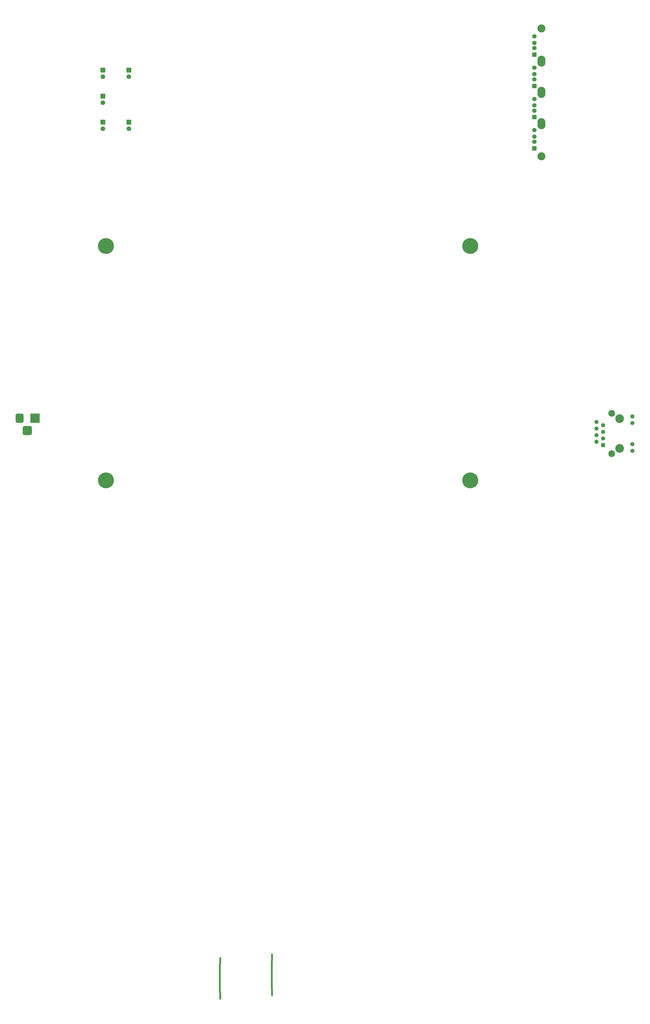
<source format=gbs>
%TF.GenerationSoftware,KiCad,Pcbnew,9.0.6*%
%TF.CreationDate,2025-12-01T13:51:19+09:00*%
%TF.ProjectId,fcBoard,6663426f-6172-4642-9e6b-696361645f70,0.2*%
%TF.SameCoordinates,Original*%
%TF.FileFunction,Soldermask,Bot*%
%TF.FilePolarity,Negative*%
%FSLAX46Y46*%
G04 Gerber Fmt 4.6, Leading zero omitted, Abs format (unit mm)*
G04 Created by KiCad (PCBNEW 9.0.6) date 2025-12-01 13:51:19*
%MOMM*%
%LPD*%
G01*
G04 APERTURE LIST*
G04 Aperture macros list*
%AMRoundRect*
0 Rectangle with rounded corners*
0 $1 Rounding radius*
0 $2 $3 $4 $5 $6 $7 $8 $9 X,Y pos of 4 corners*
0 Add a 4 corners polygon primitive as box body*
4,1,4,$2,$3,$4,$5,$6,$7,$8,$9,$2,$3,0*
0 Add four circle primitives for the rounded corners*
1,1,$1+$1,$2,$3*
1,1,$1+$1,$4,$5*
1,1,$1+$1,$6,$7*
1,1,$1+$1,$8,$9*
0 Add four rect primitives between the rounded corners*
20,1,$1+$1,$2,$3,$4,$5,0*
20,1,$1+$1,$4,$5,$6,$7,0*
20,1,$1+$1,$6,$7,$8,$9,0*
20,1,$1+$1,$8,$9,$2,$3,0*%
G04 Aperture macros list end*
%ADD10C,3.350000*%
%ADD11RoundRect,0.267200X-0.532800X-0.532800X0.532800X-0.532800X0.532800X0.532800X-0.532800X0.532800X0*%
%ADD12C,1.600000*%
%ADD13C,2.600000*%
%ADD14RoundRect,0.050000X-0.850000X-0.850000X0.850000X-0.850000X0.850000X0.850000X-0.850000X0.850000X0*%
%ADD15C,1.800000*%
%ADD16RoundRect,0.050000X1.750000X1.750000X-1.750000X1.750000X-1.750000X-1.750000X1.750000X-1.750000X0*%
%ADD17RoundRect,0.775000X0.775000X1.025000X-0.775000X1.025000X-0.775000X-1.025000X0.775000X-1.025000X0*%
%ADD18RoundRect,0.900000X0.900000X0.900000X-0.900000X0.900000X-0.900000X-0.900000X0.900000X-0.900000X0*%
%ADD19RoundRect,0.050000X-0.800000X-0.800000X0.800000X-0.800000X0.800000X0.800000X-0.800000X0.800000X0*%
%ADD20C,1.700000*%
%ADD21C,3.100000*%
%ADD22C,6.100000*%
%ADD23RoundRect,0.050000X-0.250000X-1.400000X0.250000X-1.400000X0.250000X1.400000X-0.250000X1.400000X0*%
%ADD24RoundRect,0.050000X-0.300000X-1.300000X0.300000X-1.300000X0.300000X1.300000X-0.300000X1.300000X0*%
G04 APERTURE END LIST*
D10*
%TO.C,J6*%
X302460000Y-182765000D03*
X302460000Y-171335000D03*
D11*
X296100000Y-181490000D03*
D12*
X293560000Y-180230000D03*
X296100000Y-178950000D03*
X293560000Y-177690000D03*
X296100000Y-176410000D03*
X293560000Y-175150000D03*
X296100000Y-173870000D03*
X293560000Y-172610000D03*
X307360000Y-183675000D03*
X307360000Y-181135000D03*
X307360000Y-172965000D03*
X307360000Y-170425000D03*
D13*
X299410000Y-184795000D03*
X299410000Y-169305000D03*
%TD*%
D14*
%TO.C,J7*%
X103825000Y-37445000D03*
D15*
X103825000Y-39985000D03*
%TD*%
D16*
%TO.C,J16*%
X77770000Y-171150000D03*
D17*
X71770000Y-171150000D03*
D18*
X74770000Y-175850000D03*
%TD*%
D14*
%TO.C,J10*%
X113825000Y-37445000D03*
D15*
X113825000Y-39985000D03*
%TD*%
D14*
%TO.C,J12*%
X113825000Y-57445000D03*
D15*
X113825000Y-59985000D03*
%TD*%
D19*
%TO.C,J4*%
X269670000Y-67510000D03*
D20*
X269670000Y-65010000D03*
X269670000Y-63010000D03*
X269670000Y-60510000D03*
D21*
X272380000Y-70580000D03*
X272380000Y-57440000D03*
%TD*%
D22*
%TO.C,MH2*%
X245000000Y-105000000D03*
%TD*%
D19*
%TO.C,J3*%
X269670000Y-55510000D03*
D20*
X269670000Y-53010000D03*
X269670000Y-51010000D03*
X269670000Y-48510000D03*
D21*
X272380000Y-58580000D03*
X272380000Y-45440000D03*
%TD*%
D19*
%TO.C,J2*%
X269670000Y-43510000D03*
D20*
X269670000Y-41010000D03*
X269670000Y-39010000D03*
X269670000Y-36510000D03*
D21*
X272380000Y-46580000D03*
X272380000Y-33440000D03*
%TD*%
D19*
%TO.C,J1*%
X269670000Y-31510000D03*
D20*
X269670000Y-29010000D03*
X269670000Y-27010000D03*
X269670000Y-24510000D03*
D21*
X272380000Y-34580000D03*
X272380000Y-21440000D03*
%TD*%
D14*
%TO.C,J9*%
X103825000Y-57445000D03*
D15*
X103825000Y-59985000D03*
%TD*%
D22*
%TO.C,MH1*%
X105000000Y-105000000D03*
%TD*%
D23*
%TO.C,J23*%
X168720000Y-388900000D03*
X168720000Y-387900000D03*
X168720000Y-386900000D03*
X168720000Y-385900000D03*
X168720000Y-384900000D03*
X168720000Y-383900000D03*
X168720000Y-382900000D03*
X168720000Y-381900000D03*
X168720000Y-380900000D03*
D24*
X168820000Y-391675000D03*
X168820000Y-378125000D03*
%TD*%
D14*
%TO.C,J8*%
X103825000Y-47445000D03*
D15*
X103825000Y-49985000D03*
%TD*%
D22*
%TO.C,MH4*%
X245000000Y-195000000D03*
%TD*%
D23*
%TO.C,J24*%
X148800000Y-390315000D03*
X148800000Y-389315000D03*
X148800000Y-388315000D03*
X148800000Y-387315000D03*
X148800000Y-386315000D03*
X148800000Y-385315000D03*
X148800000Y-384315000D03*
X148800000Y-383315000D03*
X148800000Y-382315000D03*
D24*
X148900000Y-393090000D03*
X148900000Y-379540000D03*
%TD*%
D22*
%TO.C,MH3*%
X105000000Y-195000000D03*
%TD*%
M02*

</source>
